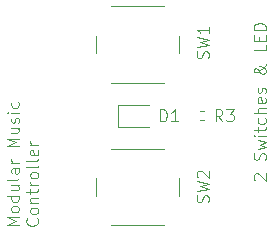
<source format=gto>
%TF.GenerationSoftware,KiCad,Pcbnew,9.0.5-1.fc42*%
%TF.CreationDate,2025-12-03T03:07:17+01:00*%
%TF.ProjectId,Block-Switch-2V,426c6f63-6b2d-4537-9769-7463682d3256,1*%
%TF.SameCoordinates,Original*%
%TF.FileFunction,Legend,Top*%
%TF.FilePolarity,Positive*%
%FSLAX46Y46*%
G04 Gerber Fmt 4.6, Leading zero omitted, Abs format (unit mm)*
G04 Created by KiCad (PCBNEW 9.0.5-1.fc42) date 2025-12-03 03:07:17*
%MOMM*%
%LPD*%
G01*
G04 APERTURE LIST*
%ADD10C,0.125000*%
%ADD11C,0.120000*%
G04 APERTURE END LIST*
D10*
X149029557Y-119107287D02*
X148981938Y-119059668D01*
X148981938Y-119059668D02*
X148934319Y-118964430D01*
X148934319Y-118964430D02*
X148934319Y-118726335D01*
X148934319Y-118726335D02*
X148981938Y-118631097D01*
X148981938Y-118631097D02*
X149029557Y-118583478D01*
X149029557Y-118583478D02*
X149124795Y-118535859D01*
X149124795Y-118535859D02*
X149220033Y-118535859D01*
X149220033Y-118535859D02*
X149362890Y-118583478D01*
X149362890Y-118583478D02*
X149934319Y-119154906D01*
X149934319Y-119154906D02*
X149934319Y-118535859D01*
X149886700Y-117393001D02*
X149934319Y-117250144D01*
X149934319Y-117250144D02*
X149934319Y-117012049D01*
X149934319Y-117012049D02*
X149886700Y-116916811D01*
X149886700Y-116916811D02*
X149839080Y-116869192D01*
X149839080Y-116869192D02*
X149743842Y-116821573D01*
X149743842Y-116821573D02*
X149648604Y-116821573D01*
X149648604Y-116821573D02*
X149553366Y-116869192D01*
X149553366Y-116869192D02*
X149505747Y-116916811D01*
X149505747Y-116916811D02*
X149458128Y-117012049D01*
X149458128Y-117012049D02*
X149410509Y-117202525D01*
X149410509Y-117202525D02*
X149362890Y-117297763D01*
X149362890Y-117297763D02*
X149315271Y-117345382D01*
X149315271Y-117345382D02*
X149220033Y-117393001D01*
X149220033Y-117393001D02*
X149124795Y-117393001D01*
X149124795Y-117393001D02*
X149029557Y-117345382D01*
X149029557Y-117345382D02*
X148981938Y-117297763D01*
X148981938Y-117297763D02*
X148934319Y-117202525D01*
X148934319Y-117202525D02*
X148934319Y-116964430D01*
X148934319Y-116964430D02*
X148981938Y-116821573D01*
X149267652Y-116488239D02*
X149934319Y-116297763D01*
X149934319Y-116297763D02*
X149458128Y-116107287D01*
X149458128Y-116107287D02*
X149934319Y-115916811D01*
X149934319Y-115916811D02*
X149267652Y-115726335D01*
X149934319Y-115345382D02*
X149267652Y-115345382D01*
X148934319Y-115345382D02*
X148981938Y-115393001D01*
X148981938Y-115393001D02*
X149029557Y-115345382D01*
X149029557Y-115345382D02*
X148981938Y-115297763D01*
X148981938Y-115297763D02*
X148934319Y-115345382D01*
X148934319Y-115345382D02*
X149029557Y-115345382D01*
X149267652Y-115012049D02*
X149267652Y-114631097D01*
X148934319Y-114869192D02*
X149791461Y-114869192D01*
X149791461Y-114869192D02*
X149886700Y-114821573D01*
X149886700Y-114821573D02*
X149934319Y-114726335D01*
X149934319Y-114726335D02*
X149934319Y-114631097D01*
X149886700Y-113869192D02*
X149934319Y-113964430D01*
X149934319Y-113964430D02*
X149934319Y-114154906D01*
X149934319Y-114154906D02*
X149886700Y-114250144D01*
X149886700Y-114250144D02*
X149839080Y-114297763D01*
X149839080Y-114297763D02*
X149743842Y-114345382D01*
X149743842Y-114345382D02*
X149458128Y-114345382D01*
X149458128Y-114345382D02*
X149362890Y-114297763D01*
X149362890Y-114297763D02*
X149315271Y-114250144D01*
X149315271Y-114250144D02*
X149267652Y-114154906D01*
X149267652Y-114154906D02*
X149267652Y-113964430D01*
X149267652Y-113964430D02*
X149315271Y-113869192D01*
X149934319Y-113440620D02*
X148934319Y-113440620D01*
X149934319Y-113012049D02*
X149410509Y-113012049D01*
X149410509Y-113012049D02*
X149315271Y-113059668D01*
X149315271Y-113059668D02*
X149267652Y-113154906D01*
X149267652Y-113154906D02*
X149267652Y-113297763D01*
X149267652Y-113297763D02*
X149315271Y-113393001D01*
X149315271Y-113393001D02*
X149362890Y-113440620D01*
X149886700Y-112154906D02*
X149934319Y-112250144D01*
X149934319Y-112250144D02*
X149934319Y-112440620D01*
X149934319Y-112440620D02*
X149886700Y-112535858D01*
X149886700Y-112535858D02*
X149791461Y-112583477D01*
X149791461Y-112583477D02*
X149410509Y-112583477D01*
X149410509Y-112583477D02*
X149315271Y-112535858D01*
X149315271Y-112535858D02*
X149267652Y-112440620D01*
X149267652Y-112440620D02*
X149267652Y-112250144D01*
X149267652Y-112250144D02*
X149315271Y-112154906D01*
X149315271Y-112154906D02*
X149410509Y-112107287D01*
X149410509Y-112107287D02*
X149505747Y-112107287D01*
X149505747Y-112107287D02*
X149600985Y-112583477D01*
X149886700Y-111726334D02*
X149934319Y-111631096D01*
X149934319Y-111631096D02*
X149934319Y-111440620D01*
X149934319Y-111440620D02*
X149886700Y-111345382D01*
X149886700Y-111345382D02*
X149791461Y-111297763D01*
X149791461Y-111297763D02*
X149743842Y-111297763D01*
X149743842Y-111297763D02*
X149648604Y-111345382D01*
X149648604Y-111345382D02*
X149600985Y-111440620D01*
X149600985Y-111440620D02*
X149600985Y-111583477D01*
X149600985Y-111583477D02*
X149553366Y-111678715D01*
X149553366Y-111678715D02*
X149458128Y-111726334D01*
X149458128Y-111726334D02*
X149410509Y-111726334D01*
X149410509Y-111726334D02*
X149315271Y-111678715D01*
X149315271Y-111678715D02*
X149267652Y-111583477D01*
X149267652Y-111583477D02*
X149267652Y-111440620D01*
X149267652Y-111440620D02*
X149315271Y-111345382D01*
X149934319Y-109297762D02*
X149934319Y-109345382D01*
X149934319Y-109345382D02*
X149886700Y-109440620D01*
X149886700Y-109440620D02*
X149743842Y-109583477D01*
X149743842Y-109583477D02*
X149458128Y-109821572D01*
X149458128Y-109821572D02*
X149315271Y-109916810D01*
X149315271Y-109916810D02*
X149172414Y-109964429D01*
X149172414Y-109964429D02*
X149077176Y-109964429D01*
X149077176Y-109964429D02*
X148981938Y-109916810D01*
X148981938Y-109916810D02*
X148934319Y-109821572D01*
X148934319Y-109821572D02*
X148934319Y-109773953D01*
X148934319Y-109773953D02*
X148981938Y-109678715D01*
X148981938Y-109678715D02*
X149077176Y-109631096D01*
X149077176Y-109631096D02*
X149124795Y-109631096D01*
X149124795Y-109631096D02*
X149220033Y-109678715D01*
X149220033Y-109678715D02*
X149267652Y-109726334D01*
X149267652Y-109726334D02*
X149458128Y-110012048D01*
X149458128Y-110012048D02*
X149505747Y-110059667D01*
X149505747Y-110059667D02*
X149600985Y-110107286D01*
X149600985Y-110107286D02*
X149743842Y-110107286D01*
X149743842Y-110107286D02*
X149839080Y-110059667D01*
X149839080Y-110059667D02*
X149886700Y-110012048D01*
X149886700Y-110012048D02*
X149934319Y-109916810D01*
X149934319Y-109916810D02*
X149934319Y-109773953D01*
X149934319Y-109773953D02*
X149886700Y-109678715D01*
X149886700Y-109678715D02*
X149839080Y-109631096D01*
X149839080Y-109631096D02*
X149648604Y-109488239D01*
X149648604Y-109488239D02*
X149505747Y-109440620D01*
X149505747Y-109440620D02*
X149410509Y-109440620D01*
X149934319Y-107631096D02*
X149934319Y-108107286D01*
X149934319Y-108107286D02*
X148934319Y-108107286D01*
X149410509Y-107297762D02*
X149410509Y-106964429D01*
X149934319Y-106821572D02*
X149934319Y-107297762D01*
X149934319Y-107297762D02*
X148934319Y-107297762D01*
X148934319Y-107297762D02*
X148934319Y-106821572D01*
X149934319Y-106393000D02*
X148934319Y-106393000D01*
X148934319Y-106393000D02*
X148934319Y-106154905D01*
X148934319Y-106154905D02*
X148981938Y-106012048D01*
X148981938Y-106012048D02*
X149077176Y-105916810D01*
X149077176Y-105916810D02*
X149172414Y-105869191D01*
X149172414Y-105869191D02*
X149362890Y-105821572D01*
X149362890Y-105821572D02*
X149505747Y-105821572D01*
X149505747Y-105821572D02*
X149696223Y-105869191D01*
X149696223Y-105869191D02*
X149791461Y-105916810D01*
X149791461Y-105916810D02*
X149886700Y-106012048D01*
X149886700Y-106012048D02*
X149934319Y-106154905D01*
X149934319Y-106154905D02*
X149934319Y-106393000D01*
X129057119Y-122920468D02*
X128057119Y-122920468D01*
X128057119Y-122920468D02*
X128771404Y-122587135D01*
X128771404Y-122587135D02*
X128057119Y-122253802D01*
X128057119Y-122253802D02*
X129057119Y-122253802D01*
X129057119Y-121634754D02*
X129009500Y-121729992D01*
X129009500Y-121729992D02*
X128961880Y-121777611D01*
X128961880Y-121777611D02*
X128866642Y-121825230D01*
X128866642Y-121825230D02*
X128580928Y-121825230D01*
X128580928Y-121825230D02*
X128485690Y-121777611D01*
X128485690Y-121777611D02*
X128438071Y-121729992D01*
X128438071Y-121729992D02*
X128390452Y-121634754D01*
X128390452Y-121634754D02*
X128390452Y-121491897D01*
X128390452Y-121491897D02*
X128438071Y-121396659D01*
X128438071Y-121396659D02*
X128485690Y-121349040D01*
X128485690Y-121349040D02*
X128580928Y-121301421D01*
X128580928Y-121301421D02*
X128866642Y-121301421D01*
X128866642Y-121301421D02*
X128961880Y-121349040D01*
X128961880Y-121349040D02*
X129009500Y-121396659D01*
X129009500Y-121396659D02*
X129057119Y-121491897D01*
X129057119Y-121491897D02*
X129057119Y-121634754D01*
X129057119Y-120444278D02*
X128057119Y-120444278D01*
X129009500Y-120444278D02*
X129057119Y-120539516D01*
X129057119Y-120539516D02*
X129057119Y-120729992D01*
X129057119Y-120729992D02*
X129009500Y-120825230D01*
X129009500Y-120825230D02*
X128961880Y-120872849D01*
X128961880Y-120872849D02*
X128866642Y-120920468D01*
X128866642Y-120920468D02*
X128580928Y-120920468D01*
X128580928Y-120920468D02*
X128485690Y-120872849D01*
X128485690Y-120872849D02*
X128438071Y-120825230D01*
X128438071Y-120825230D02*
X128390452Y-120729992D01*
X128390452Y-120729992D02*
X128390452Y-120539516D01*
X128390452Y-120539516D02*
X128438071Y-120444278D01*
X128390452Y-119539516D02*
X129057119Y-119539516D01*
X128390452Y-119968087D02*
X128914261Y-119968087D01*
X128914261Y-119968087D02*
X129009500Y-119920468D01*
X129009500Y-119920468D02*
X129057119Y-119825230D01*
X129057119Y-119825230D02*
X129057119Y-119682373D01*
X129057119Y-119682373D02*
X129009500Y-119587135D01*
X129009500Y-119587135D02*
X128961880Y-119539516D01*
X129057119Y-118920468D02*
X129009500Y-119015706D01*
X129009500Y-119015706D02*
X128914261Y-119063325D01*
X128914261Y-119063325D02*
X128057119Y-119063325D01*
X129057119Y-118110944D02*
X128533309Y-118110944D01*
X128533309Y-118110944D02*
X128438071Y-118158563D01*
X128438071Y-118158563D02*
X128390452Y-118253801D01*
X128390452Y-118253801D02*
X128390452Y-118444277D01*
X128390452Y-118444277D02*
X128438071Y-118539515D01*
X129009500Y-118110944D02*
X129057119Y-118206182D01*
X129057119Y-118206182D02*
X129057119Y-118444277D01*
X129057119Y-118444277D02*
X129009500Y-118539515D01*
X129009500Y-118539515D02*
X128914261Y-118587134D01*
X128914261Y-118587134D02*
X128819023Y-118587134D01*
X128819023Y-118587134D02*
X128723785Y-118539515D01*
X128723785Y-118539515D02*
X128676166Y-118444277D01*
X128676166Y-118444277D02*
X128676166Y-118206182D01*
X128676166Y-118206182D02*
X128628547Y-118110944D01*
X129057119Y-117634753D02*
X128390452Y-117634753D01*
X128580928Y-117634753D02*
X128485690Y-117587134D01*
X128485690Y-117587134D02*
X128438071Y-117539515D01*
X128438071Y-117539515D02*
X128390452Y-117444277D01*
X128390452Y-117444277D02*
X128390452Y-117349039D01*
X129057119Y-116253800D02*
X128057119Y-116253800D01*
X128057119Y-116253800D02*
X128771404Y-115920467D01*
X128771404Y-115920467D02*
X128057119Y-115587134D01*
X128057119Y-115587134D02*
X129057119Y-115587134D01*
X128390452Y-114682372D02*
X129057119Y-114682372D01*
X128390452Y-115110943D02*
X128914261Y-115110943D01*
X128914261Y-115110943D02*
X129009500Y-115063324D01*
X129009500Y-115063324D02*
X129057119Y-114968086D01*
X129057119Y-114968086D02*
X129057119Y-114825229D01*
X129057119Y-114825229D02*
X129009500Y-114729991D01*
X129009500Y-114729991D02*
X128961880Y-114682372D01*
X129009500Y-114253800D02*
X129057119Y-114158562D01*
X129057119Y-114158562D02*
X129057119Y-113968086D01*
X129057119Y-113968086D02*
X129009500Y-113872848D01*
X129009500Y-113872848D02*
X128914261Y-113825229D01*
X128914261Y-113825229D02*
X128866642Y-113825229D01*
X128866642Y-113825229D02*
X128771404Y-113872848D01*
X128771404Y-113872848D02*
X128723785Y-113968086D01*
X128723785Y-113968086D02*
X128723785Y-114110943D01*
X128723785Y-114110943D02*
X128676166Y-114206181D01*
X128676166Y-114206181D02*
X128580928Y-114253800D01*
X128580928Y-114253800D02*
X128533309Y-114253800D01*
X128533309Y-114253800D02*
X128438071Y-114206181D01*
X128438071Y-114206181D02*
X128390452Y-114110943D01*
X128390452Y-114110943D02*
X128390452Y-113968086D01*
X128390452Y-113968086D02*
X128438071Y-113872848D01*
X129057119Y-113396657D02*
X128390452Y-113396657D01*
X128057119Y-113396657D02*
X128104738Y-113444276D01*
X128104738Y-113444276D02*
X128152357Y-113396657D01*
X128152357Y-113396657D02*
X128104738Y-113349038D01*
X128104738Y-113349038D02*
X128057119Y-113396657D01*
X128057119Y-113396657D02*
X128152357Y-113396657D01*
X129009500Y-112491896D02*
X129057119Y-112587134D01*
X129057119Y-112587134D02*
X129057119Y-112777610D01*
X129057119Y-112777610D02*
X129009500Y-112872848D01*
X129009500Y-112872848D02*
X128961880Y-112920467D01*
X128961880Y-112920467D02*
X128866642Y-112968086D01*
X128866642Y-112968086D02*
X128580928Y-112968086D01*
X128580928Y-112968086D02*
X128485690Y-112920467D01*
X128485690Y-112920467D02*
X128438071Y-112872848D01*
X128438071Y-112872848D02*
X128390452Y-112777610D01*
X128390452Y-112777610D02*
X128390452Y-112587134D01*
X128390452Y-112587134D02*
X128438071Y-112491896D01*
X130571824Y-122349040D02*
X130619444Y-122396659D01*
X130619444Y-122396659D02*
X130667063Y-122539516D01*
X130667063Y-122539516D02*
X130667063Y-122634754D01*
X130667063Y-122634754D02*
X130619444Y-122777611D01*
X130619444Y-122777611D02*
X130524205Y-122872849D01*
X130524205Y-122872849D02*
X130428967Y-122920468D01*
X130428967Y-122920468D02*
X130238491Y-122968087D01*
X130238491Y-122968087D02*
X130095634Y-122968087D01*
X130095634Y-122968087D02*
X129905158Y-122920468D01*
X129905158Y-122920468D02*
X129809920Y-122872849D01*
X129809920Y-122872849D02*
X129714682Y-122777611D01*
X129714682Y-122777611D02*
X129667063Y-122634754D01*
X129667063Y-122634754D02*
X129667063Y-122539516D01*
X129667063Y-122539516D02*
X129714682Y-122396659D01*
X129714682Y-122396659D02*
X129762301Y-122349040D01*
X130667063Y-121777611D02*
X130619444Y-121872849D01*
X130619444Y-121872849D02*
X130571824Y-121920468D01*
X130571824Y-121920468D02*
X130476586Y-121968087D01*
X130476586Y-121968087D02*
X130190872Y-121968087D01*
X130190872Y-121968087D02*
X130095634Y-121920468D01*
X130095634Y-121920468D02*
X130048015Y-121872849D01*
X130048015Y-121872849D02*
X130000396Y-121777611D01*
X130000396Y-121777611D02*
X130000396Y-121634754D01*
X130000396Y-121634754D02*
X130048015Y-121539516D01*
X130048015Y-121539516D02*
X130095634Y-121491897D01*
X130095634Y-121491897D02*
X130190872Y-121444278D01*
X130190872Y-121444278D02*
X130476586Y-121444278D01*
X130476586Y-121444278D02*
X130571824Y-121491897D01*
X130571824Y-121491897D02*
X130619444Y-121539516D01*
X130619444Y-121539516D02*
X130667063Y-121634754D01*
X130667063Y-121634754D02*
X130667063Y-121777611D01*
X130000396Y-121015706D02*
X130667063Y-121015706D01*
X130095634Y-121015706D02*
X130048015Y-120968087D01*
X130048015Y-120968087D02*
X130000396Y-120872849D01*
X130000396Y-120872849D02*
X130000396Y-120729992D01*
X130000396Y-120729992D02*
X130048015Y-120634754D01*
X130048015Y-120634754D02*
X130143253Y-120587135D01*
X130143253Y-120587135D02*
X130667063Y-120587135D01*
X130000396Y-120253801D02*
X130000396Y-119872849D01*
X129667063Y-120110944D02*
X130524205Y-120110944D01*
X130524205Y-120110944D02*
X130619444Y-120063325D01*
X130619444Y-120063325D02*
X130667063Y-119968087D01*
X130667063Y-119968087D02*
X130667063Y-119872849D01*
X130667063Y-119539515D02*
X130000396Y-119539515D01*
X130190872Y-119539515D02*
X130095634Y-119491896D01*
X130095634Y-119491896D02*
X130048015Y-119444277D01*
X130048015Y-119444277D02*
X130000396Y-119349039D01*
X130000396Y-119349039D02*
X130000396Y-119253801D01*
X130667063Y-118777610D02*
X130619444Y-118872848D01*
X130619444Y-118872848D02*
X130571824Y-118920467D01*
X130571824Y-118920467D02*
X130476586Y-118968086D01*
X130476586Y-118968086D02*
X130190872Y-118968086D01*
X130190872Y-118968086D02*
X130095634Y-118920467D01*
X130095634Y-118920467D02*
X130048015Y-118872848D01*
X130048015Y-118872848D02*
X130000396Y-118777610D01*
X130000396Y-118777610D02*
X130000396Y-118634753D01*
X130000396Y-118634753D02*
X130048015Y-118539515D01*
X130048015Y-118539515D02*
X130095634Y-118491896D01*
X130095634Y-118491896D02*
X130190872Y-118444277D01*
X130190872Y-118444277D02*
X130476586Y-118444277D01*
X130476586Y-118444277D02*
X130571824Y-118491896D01*
X130571824Y-118491896D02*
X130619444Y-118539515D01*
X130619444Y-118539515D02*
X130667063Y-118634753D01*
X130667063Y-118634753D02*
X130667063Y-118777610D01*
X130667063Y-117872848D02*
X130619444Y-117968086D01*
X130619444Y-117968086D02*
X130524205Y-118015705D01*
X130524205Y-118015705D02*
X129667063Y-118015705D01*
X130667063Y-117349038D02*
X130619444Y-117444276D01*
X130619444Y-117444276D02*
X130524205Y-117491895D01*
X130524205Y-117491895D02*
X129667063Y-117491895D01*
X130619444Y-116587133D02*
X130667063Y-116682371D01*
X130667063Y-116682371D02*
X130667063Y-116872847D01*
X130667063Y-116872847D02*
X130619444Y-116968085D01*
X130619444Y-116968085D02*
X130524205Y-117015704D01*
X130524205Y-117015704D02*
X130143253Y-117015704D01*
X130143253Y-117015704D02*
X130048015Y-116968085D01*
X130048015Y-116968085D02*
X130000396Y-116872847D01*
X130000396Y-116872847D02*
X130000396Y-116682371D01*
X130000396Y-116682371D02*
X130048015Y-116587133D01*
X130048015Y-116587133D02*
X130143253Y-116539514D01*
X130143253Y-116539514D02*
X130238491Y-116539514D01*
X130238491Y-116539514D02*
X130333729Y-117015704D01*
X130667063Y-116110942D02*
X130000396Y-116110942D01*
X130190872Y-116110942D02*
X130095634Y-116063323D01*
X130095634Y-116063323D02*
X130048015Y-116015704D01*
X130048015Y-116015704D02*
X130000396Y-115920466D01*
X130000396Y-115920466D02*
X130000396Y-115825228D01*
X145061500Y-108775332D02*
X145109119Y-108632475D01*
X145109119Y-108632475D02*
X145109119Y-108394380D01*
X145109119Y-108394380D02*
X145061500Y-108299142D01*
X145061500Y-108299142D02*
X145013880Y-108251523D01*
X145013880Y-108251523D02*
X144918642Y-108203904D01*
X144918642Y-108203904D02*
X144823404Y-108203904D01*
X144823404Y-108203904D02*
X144728166Y-108251523D01*
X144728166Y-108251523D02*
X144680547Y-108299142D01*
X144680547Y-108299142D02*
X144632928Y-108394380D01*
X144632928Y-108394380D02*
X144585309Y-108584856D01*
X144585309Y-108584856D02*
X144537690Y-108680094D01*
X144537690Y-108680094D02*
X144490071Y-108727713D01*
X144490071Y-108727713D02*
X144394833Y-108775332D01*
X144394833Y-108775332D02*
X144299595Y-108775332D01*
X144299595Y-108775332D02*
X144204357Y-108727713D01*
X144204357Y-108727713D02*
X144156738Y-108680094D01*
X144156738Y-108680094D02*
X144109119Y-108584856D01*
X144109119Y-108584856D02*
X144109119Y-108346761D01*
X144109119Y-108346761D02*
X144156738Y-108203904D01*
X144109119Y-107870570D02*
X145109119Y-107632475D01*
X145109119Y-107632475D02*
X144394833Y-107441999D01*
X144394833Y-107441999D02*
X145109119Y-107251523D01*
X145109119Y-107251523D02*
X144109119Y-107013428D01*
X145109119Y-106108666D02*
X145109119Y-106680094D01*
X145109119Y-106394380D02*
X144109119Y-106394380D01*
X144109119Y-106394380D02*
X144251976Y-106489618D01*
X144251976Y-106489618D02*
X144347214Y-106584856D01*
X144347214Y-106584856D02*
X144394833Y-106680094D01*
X145061500Y-120967332D02*
X145109119Y-120824475D01*
X145109119Y-120824475D02*
X145109119Y-120586380D01*
X145109119Y-120586380D02*
X145061500Y-120491142D01*
X145061500Y-120491142D02*
X145013880Y-120443523D01*
X145013880Y-120443523D02*
X144918642Y-120395904D01*
X144918642Y-120395904D02*
X144823404Y-120395904D01*
X144823404Y-120395904D02*
X144728166Y-120443523D01*
X144728166Y-120443523D02*
X144680547Y-120491142D01*
X144680547Y-120491142D02*
X144632928Y-120586380D01*
X144632928Y-120586380D02*
X144585309Y-120776856D01*
X144585309Y-120776856D02*
X144537690Y-120872094D01*
X144537690Y-120872094D02*
X144490071Y-120919713D01*
X144490071Y-120919713D02*
X144394833Y-120967332D01*
X144394833Y-120967332D02*
X144299595Y-120967332D01*
X144299595Y-120967332D02*
X144204357Y-120919713D01*
X144204357Y-120919713D02*
X144156738Y-120872094D01*
X144156738Y-120872094D02*
X144109119Y-120776856D01*
X144109119Y-120776856D02*
X144109119Y-120538761D01*
X144109119Y-120538761D02*
X144156738Y-120395904D01*
X144109119Y-120062570D02*
X145109119Y-119824475D01*
X145109119Y-119824475D02*
X144394833Y-119633999D01*
X144394833Y-119633999D02*
X145109119Y-119443523D01*
X145109119Y-119443523D02*
X144109119Y-119205428D01*
X144204357Y-118872094D02*
X144156738Y-118824475D01*
X144156738Y-118824475D02*
X144109119Y-118729237D01*
X144109119Y-118729237D02*
X144109119Y-118491142D01*
X144109119Y-118491142D02*
X144156738Y-118395904D01*
X144156738Y-118395904D02*
X144204357Y-118348285D01*
X144204357Y-118348285D02*
X144299595Y-118300666D01*
X144299595Y-118300666D02*
X144394833Y-118300666D01*
X144394833Y-118300666D02*
X144537690Y-118348285D01*
X144537690Y-118348285D02*
X145109119Y-118919713D01*
X145109119Y-118919713D02*
X145109119Y-118300666D01*
X146264333Y-114121119D02*
X145931000Y-113644928D01*
X145692905Y-114121119D02*
X145692905Y-113121119D01*
X145692905Y-113121119D02*
X146073857Y-113121119D01*
X146073857Y-113121119D02*
X146169095Y-113168738D01*
X146169095Y-113168738D02*
X146216714Y-113216357D01*
X146216714Y-113216357D02*
X146264333Y-113311595D01*
X146264333Y-113311595D02*
X146264333Y-113454452D01*
X146264333Y-113454452D02*
X146216714Y-113549690D01*
X146216714Y-113549690D02*
X146169095Y-113597309D01*
X146169095Y-113597309D02*
X146073857Y-113644928D01*
X146073857Y-113644928D02*
X145692905Y-113644928D01*
X146597667Y-113121119D02*
X147216714Y-113121119D01*
X147216714Y-113121119D02*
X146883381Y-113502071D01*
X146883381Y-113502071D02*
X147026238Y-113502071D01*
X147026238Y-113502071D02*
X147121476Y-113549690D01*
X147121476Y-113549690D02*
X147169095Y-113597309D01*
X147169095Y-113597309D02*
X147216714Y-113692547D01*
X147216714Y-113692547D02*
X147216714Y-113930642D01*
X147216714Y-113930642D02*
X147169095Y-114025880D01*
X147169095Y-114025880D02*
X147121476Y-114073500D01*
X147121476Y-114073500D02*
X147026238Y-114121119D01*
X147026238Y-114121119D02*
X146740524Y-114121119D01*
X146740524Y-114121119D02*
X146645286Y-114073500D01*
X146645286Y-114073500D02*
X146597667Y-114025880D01*
X140993905Y-114121119D02*
X140993905Y-113121119D01*
X140993905Y-113121119D02*
X141232000Y-113121119D01*
X141232000Y-113121119D02*
X141374857Y-113168738D01*
X141374857Y-113168738D02*
X141470095Y-113263976D01*
X141470095Y-113263976D02*
X141517714Y-113359214D01*
X141517714Y-113359214D02*
X141565333Y-113549690D01*
X141565333Y-113549690D02*
X141565333Y-113692547D01*
X141565333Y-113692547D02*
X141517714Y-113883023D01*
X141517714Y-113883023D02*
X141470095Y-113978261D01*
X141470095Y-113978261D02*
X141374857Y-114073500D01*
X141374857Y-114073500D02*
X141232000Y-114121119D01*
X141232000Y-114121119D02*
X140993905Y-114121119D01*
X142517714Y-114121119D02*
X141946286Y-114121119D01*
X142232000Y-114121119D02*
X142232000Y-113121119D01*
X142232000Y-113121119D02*
X142136762Y-113263976D01*
X142136762Y-113263976D02*
X142041524Y-113359214D01*
X142041524Y-113359214D02*
X141946286Y-113406833D01*
D11*
%TO.C,SW1*%
X142565000Y-108382190D02*
X142565000Y-106882190D01*
X141315000Y-104382190D02*
X136815000Y-104382190D01*
X136815000Y-110882190D02*
X141315000Y-110882190D01*
X135565000Y-106882190D02*
X135565000Y-108382190D01*
%TO.C,SW2*%
X142565000Y-120447810D02*
X142565000Y-118947810D01*
X141315000Y-116447810D02*
X136815000Y-116447810D01*
X136815000Y-122947810D02*
X141315000Y-122947810D01*
X135565000Y-118947810D02*
X135565000Y-120447810D01*
%TO.C,R3*%
X144681641Y-114045000D02*
X144374359Y-114045000D01*
X144681641Y-113285000D02*
X144374359Y-113285000D01*
%TO.C,D1*%
X140085000Y-112705000D02*
X137400000Y-112705000D01*
X137400000Y-114625000D02*
X140085000Y-114625000D01*
X137400000Y-112705000D02*
X137400000Y-114625000D01*
%TD*%
M02*

</source>
